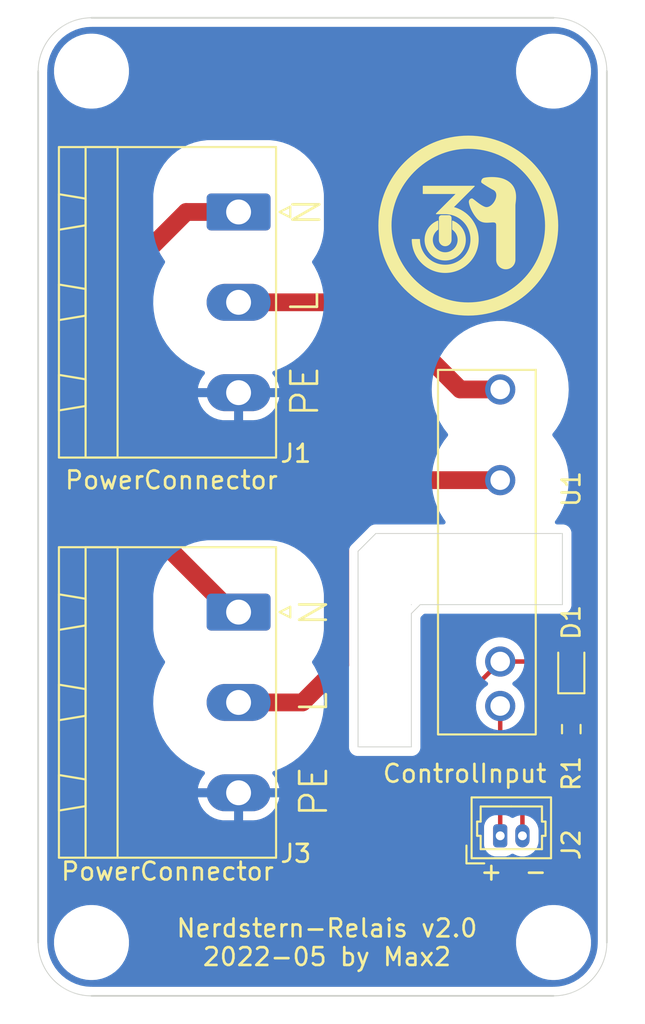
<source format=kicad_pcb>
(kicad_pcb (version 20211014) (generator pcbnew)
  (layers (0 "F.Cu" signal) (31 "B.Cu" signal) (34 "B.Paste" user) (35 "F.Paste" user) (36 "B.SilkS" user "B.Silkscreen") (37 "F.SilkS" user "F.Silkscreen") (38 "B.Mask" user) (39 "F.Mask" user) (44 "Edge.Cuts" user))
  (net 0 "")
  (net 1 "Net-(D1-Pad1)")
  (net 2 "/+12V")
  (net 3 "/N")
  (net 4 "/L2")
  (net 5 "Earth")
  (net 6 "/GND")
  (net 7 "/L1")
  (footprint "MountingHole:MountingHole_3.2mm_M3_ISO14580" (layer "F.Cu") (at 119 79)
    (fp_text reference "H2" hide)
    (fp_text value "MountingHole")
    (pad "" np_thru_hole circle (at 0 0) (size 3.2 3.2) (drill 3.2) (layers *.Cu *.Mask))
  )
  (footprint "Connector_Phoenix_MSTB:PhoenixContact_MSTBA_2,5_3-G-5,08_1x03_P5.08mm_Horizontal" (layer "F.Cu") (at 101.2775 60.42 -90)
    (fp_text reference "J3" (at 13.58 -3.2225 180) (layer "F.SilkS"))
    (fp_text value "PowerConnector" (at 14.58 4) (layer "F.SilkS"))
    (fp_text user "PE" (at 10.08 -4.2225 90 unlocked) (layer "F.SilkS") (effects (font (size 1.5 1.5))))
    (fp_text user "L" (at 5.08 -4.2225 90 unlocked) (layer "F.SilkS") (effects (font (size 1.5 1.5))))
    (fp_text user "N" (at 0 -4.2225 90 unlocked) (layer "F.SilkS") (effects (font (size 1.5 1.5))))
    (fp_line (start 13.81 8.61) (end -3.65 8.61) (layer "F.SilkS") (width 0.12))
    (fp_line (start 9.16 10.11) (end 11.16 10.11) (layer "F.SilkS") (width 0.12))
    (fp_line (start -0.75 8.61) (end -1 10.11) (layer "F.SilkS") (width 0.12))
    (fp_line (start 4.08 10.11) (end 6.08 10.11) (layer "F.SilkS") (width 0.12))
    (fp_line (start -3.65 8.61) (end -3.65 6.81) (layer "F.SilkS") (width 0.12))
    (fp_line (start -1 10.11) (end 1 10.11) (layer "F.SilkS") (width 0.12))
    (fp_line (start 10.91 8.61) (end 9.41 8.61) (layer "F.SilkS") (width 0.12))
    (fp_line (start 0.75 8.61) (end -0.75 8.61) (layer "F.SilkS") (width 0.12))
    (fp_line (start 0 -2.31) (end -0.3 -2.91) (layer "F.SilkS") (width 0.12))
    (fp_line (start 1 10.11) (end 0.75 8.61) (layer "F.SilkS") (width 0.12))
    (fp_line (start 13.81 -2.11) (end -3.65 -2.11) (layer "F.SilkS") (width 0.12))
    (fp_line (start 11.16 10.11) (end 10.91 8.61) (layer "F.SilkS") (width 0.12))
    (fp_line (start 6.08 10.11) (end 5.83 8.61) (layer "F.SilkS") (width 0.12))
    (fp_line (start -3.65 6.81) (end 13.81 6.81) (layer "F.SilkS") (width 0.12))
    (fp_line (start 5.83 8.61) (end 4.33 8.61) (layer "F.SilkS") (width 0.12))
    (fp_line (start 9.41 8.61) (end 9.16 10.11) (layer "F.SilkS") (width 0.12))
    (fp_line (start 13.81 10.11) (end 13.81 -2.11) (layer "F.SilkS") (width 0.12))
    (fp_line (start -3.65 10.11) (end 13.81 10.11) (layer "F.SilkS") (width 0.12))
    (fp_line (start 13.81 6.81) (end 13.81 8.61) (layer "F.SilkS") (width 0.12))
    (fp_line (start -3.65 -2.11) (end -3.65 10.11) (layer "F.SilkS") (width 0.12))
    (fp_line (start 4.33 8.61) (end 4.08 10.11) (layer "F.SilkS") (width 0.12))
    (fp_line (start -0.3 -2.91) (end 0.3 -2.91) (layer "F.SilkS") (width 0.12))
    (fp_line (start 0.3 -2.91) (end 0 -2.31) (layer "F.SilkS") (width 0.12))
    (pad "1" thru_hole roundrect (at 0 0 270) (size 2.08 3.6) (drill 1.4) (layers *.Cu *.Mask) (roundrect_rratio 0.120192) (net 3 "/N"))
    (pad "2" thru_hole oval (at 5.08 0 270) (size 2.08 3.6) (drill 1.4) (layers *.Cu *.Mask) (net 7 "/L1"))
    (pad "3" thru_hole oval (at 10.16 0 270) (size 2.08 3.6) (drill 1.4) (layers *.Cu *.Mask) (net 5 "Earth"))
  )
  (footprint "Connector_Molex:Molex_PicoBlade_53047-0210_1x02_P1.25mm_Vertical" (layer "F.Cu") (at 116 73)
    (fp_text reference "J2" (at 4 0.5 90) (layer "F.SilkS"))
    (fp_text value "ControlInput" (at -2 -3.5) (layer "F.SilkS"))
    (fp_text user "+" (at -0.5 2 unlocked) (layer "F.SilkS"))
    (fp_text user "-" (at 2 2 unlocked) (layer "F.SilkS"))
    (fp_line (start -1.1 0.75) (end -1.1 0) (layer "F.SilkS") (width 0.12))
    (fp_line (start -1.1 -1.65) (end 0.625 -1.65) (layer "F.SilkS") (width 0.12))
    (fp_line (start -1.61 -2.16) (end -1.61 1.26) (layer "F.SilkS") (width 0.12))
    (fp_line (start 2.86 1.26) (end 2.86 -2.16) (layer "F.SilkS") (width 0.12))
    (fp_line (start 2.35 -1.65) (end 0.625 -1.65) (layer "F.SilkS") (width 0.12))
    (fp_line (start 2.35 0.75) (end 2.35 0) (layer "F.SilkS") (width 0.12))
    (fp_line (start 2.86 -2.16) (end -1.61 -2.16) (layer "F.SilkS") (width 0.12))
    (fp_line (start 2.55 -0.8) (end 2.35 -0.8) (layer "F.SilkS") (width 0.12))
    (fp_line (start -1.3 0) (end -1.3 -0.8) (layer "F.SilkS") (width 0.12))
    (fp_line (start 0.625 0.75) (end 2.35 0.75) (layer "F.SilkS") (width 0.12))
    (fp_line (start -1.1 0) (end -1.3 0) (layer "F.SilkS") (width 0.12))
    (fp_line (start -1.9 1.55) (end -1.9 0.55) (layer "F.SilkS") (width 0.12))
    (fp_line (start 2.35 0) (end 2.55 0) (layer "F.SilkS") (width 0.12))
    (fp_line (start -1.1 -0.8) (end -1.1 -1.65) (layer "F.SilkS") (width 0.12))
    (fp_line (start -1.3 -0.8) (end -1.1 -0.8) (layer "F.SilkS") (width 0.12))
    (fp_line (start -1.61 1.26) (end 2.86 1.26) (layer "F.SilkS") (width 0.12))
    (fp_line (start 2.35 -0.8) (end 2.35 -1.65) (layer "F.SilkS") (width 0.12))
    (fp_line (start -1.9 1.55) (end -0.9 1.55) (layer "F.SilkS") (width 0.12))
    (fp_line (start 2.55 0) (end 2.55 -0.8) (layer "F.SilkS") (width 0.12))
    (fp_line (start 0.625 0.75) (end -1.1 0.75) (layer "F.SilkS") (width 0.12))
    (pad "1" thru_hole roundrect (at 0 0) (size 0.8 1.3) (drill 0.5) (layers *.Cu *.Mask) (net 2 "/+12V"))
    (pad "2" thru_hole oval (at 1.25 0) (size 0.8 1.3) (drill 0.5) (layers *.Cu *.Mask) (net 6 "/GND"))
  )
  (footprint "extraFootprints:T-Type SSR" (layer "F.Cu") (at 116 53 -90)
    (fp_text reference "U1" (at 0.5 -4 90 unlocked) (layer "F.SilkS"))
    (fp_text value "ASR-SC240D2ZP-F")
    (fp_rect (start -6.2 -2) (end 14.3 3.5) (layer "F.SilkS") (width 0.12) (fill none))
    (pad "1" thru_hole circle (at -5.1 0 270) (size 1.7 1.7) (drill 1.1) (layers *.Cu *.Mask) (net 4 "/L2"))
    (pad "2" thru_hole circle (at 0 0 270) (size 1.7 1.7) (drill 1.1) (layers *.Cu *.Mask) (net 7 "/L1"))
    (pad "3" thru_hole circle (at 10.2 0 270) (size 1.7 1.7) (drill 1.1) (layers *.Cu *.Mask) (net 2 "/+12V"))
    (pad "4" thru_hole circle (at 12.7 0 270) (size 1.7 1.7) (drill 1.1) (layers *.Cu *.Mask) (net 6 "/GND"))
  )
  (footprint "Connector_Phoenix_MSTB:PhoenixContact_MSTBA_2,5_3-G-5,08_1x03_P5.08mm_Horizontal" (layer "F.Cu") (at 101.2775 37.92 -90)
    (fp_text reference "J1" (at 13.58 -3.2225 180) (layer "F.SilkS"))
    (fp_text value "PowerConnector" (at 15.08 3.7775 180) (layer "F.SilkS"))
    (fp_text user "PE" (at 10.08 -3.7225 90 unlocked) (layer "F.SilkS") (effects (font (size 1.5 1.5))))
    (fp_text user "L" (at 5.08 -3.7225 90 unlocked) (layer "F.SilkS") (effects (font (size 1.5 1.5))))
    (fp_text user "N" (at 0 -3.7225 -90 unlocked) (layer "F.SilkS") (effects (font (size 1.5 1.5))))
    (fp_line (start 11.16 10.11) (end 10.91 8.61) (layer "F.SilkS") (width 0.12))
    (fp_line (start 9.41 8.61) (end 9.16 10.11) (layer "F.SilkS") (width 0.12))
    (fp_line (start 13.81 6.81) (end 13.81 8.61) (layer "F.SilkS") (width 0.12))
    (fp_line (start 5.83 8.61) (end 4.33 8.61) (layer "F.SilkS") (width 0.12))
    (fp_line (start 13.81 8.61) (end -3.65 8.61) (layer "F.SilkS") (width 0.12))
    (fp_line (start 0.75 8.61) (end -0.75 8.61) (layer "F.SilkS") (width 0.12))
    (fp_line (start -3.65 10.11) (end 13.81 10.11) (layer "F.SilkS") (width 0.12))
    (fp_line (start -3.65 6.81) (end 13.81 6.81) (layer "F.SilkS") (width 0.12))
    (fp_line (start 4.08 10.11) (end 6.08 10.11) (layer "F.SilkS") (width 0.12))
    (fp_line (start 4.33 8.61) (end 4.08 10.11) (layer "F.SilkS") (width 0.12))
    (fp_line (start 6.08 10.11) (end 5.83 8.61) (layer "F.SilkS") (width 0.12))
    (fp_line (start 1 10.11) (end 0.75 8.61) (layer "F.SilkS") (width 0.12))
    (fp_line (start 10.91 8.61) (end 9.41 8.61) (layer "F.SilkS") (width 0.12))
    (fp_line (start 13.81 10.11) (end 13.81 -2.11) (layer "F.SilkS") (width 0.12))
    (fp_line (start -3.65 8.61) (end -3.65 6.81) (layer "F.SilkS") (width 0.12))
    (fp_line (start 13.81 -2.11) (end -3.65 -2.11) (layer "F.SilkS") (width 0.12))
    (fp_line (start -3.65 -2.11) (end -3.65 10.11) (layer "F.SilkS") (width 0.12))
    (fp_line (start 9.16 10.11) (end 11.16 10.11) (layer "F.SilkS") (width 0.12))
    (fp_line (start -1 10.11) (end 1 10.11) (layer "F.SilkS") (width 0.12))
    (fp_line (start 0 -2.31) (end -0.3 -2.91) (layer "F.SilkS") (width 0.12))
    (fp_line (start 0.3 -2.91) (end 0 -2.31) (layer "F.SilkS") (width 0.12))
    (fp_line (start -0.3 -2.91) (end 0.3 -2.91) (layer "F.SilkS") (width 0.12))
    (fp_line (start -0.75 8.61) (end -1 10.11) (layer "F.SilkS") (width 0.12))
    (pad "1" thru_hole roundrect (at 0 0 270) (size 2.08 3.6) (drill 1.4) (layers *.Cu *.Mask) (roundrect_rratio 0.120192) (net 3 "/N"))
    (pad "2" thru_hole oval (at 5.08 0 270) (size 2.08 3.6) (drill 1.4) (layers *.Cu *.Mask) (net 4 "/L2"))
    (pad "3" thru_hole oval (at 10.16 0 270) (size 2.08 3.6) (drill 1.4) (layers *.Cu *.Mask) (net 5 "Earth"))
  )
  (footprint "MountingHole:MountingHole_3.2mm_M3_ISO14580" (layer "F.Cu") (at 93 79)
    (fp_text reference "H3" hide)
    (fp_text value "MountingHole")
    (pad "" np_thru_hole circle (at 0 0) (size 3.2 3.2) (drill 3.2) (layers *.Cu *.Mask))
  )
  (footprint "LED_SMD:LED_0603_1608Metric" (layer "F.Cu") (at 120 63.5 90)
    (fp_text reference "D1" (at 2.5 0 90) (layer "F.SilkS"))
    (fp_text value "150060BS75000")
    (fp_line (start -1.485 -0.735) (end -1.485 0.735) (layer "F.SilkS") (width 0.12))
    (fp_line (start -1.485 0.735) (end 0.8 0.735) (layer "F.SilkS") (width 0.12))
    (fp_line (start 0.8 -0.735) (end -1.485 -0.735) (layer "F.SilkS") (width 0.12))
    (pad "1" smd roundrect (at -0.7875 0 90) (size 0.875 0.95) (layers "F.Cu" "F.Paste" "F.Mask") (net 1 "Net-(D1-Pad1)"))
    (pad "2" smd roundrect (at 0.7875 0 90) (size 0.875 0.95) (layers "F.Cu" "F.Paste" "F.Mask") (net 2 "/+12V"))
  )
  (footprint "MountingHole:MountingHole_3.2mm_M3_ISO14580" (layer "F.Cu") (at 93 30)
    (fp_text reference "H4" hide)
    (fp_text value "MountingHole")
    (pad "" np_thru_hole circle (at 0 0) (size 3.2 3.2) (drill 3.2) (layers *.Cu *.Mask))
  )
  (footprint "MountingHole:MountingHole_3.2mm_M3_ISO14580" (layer "F.Cu") (at 119 30)
    (fp_text reference "H1" hide)
    (fp_text value "MountingHole")
    (pad "" np_thru_hole circle (at 0 0) (size 3.2 3.2) (drill 3.2) (layers *.Cu *.Mask))
  )
  (footprint "Resistor_SMD:R_0603_1608Metric" (layer "F.Cu") (at 120 67 -90)
    (fp_text reference "R1" (at 2.5 0 90) (layer "F.SilkS"))
    (fp_text value "470R")
    (fp_line (start -0.237258 -0.5225) (end 0.237258 -0.5225) (layer "F.SilkS") (width 0.12))
    (fp_line (start -0.237258 0.5225) (end 0.237258 0.5225) (layer "F.SilkS") (width 0.12))
    (pad "1" smd roundrect (at -0.825 0 270) (size 0.8 0.95) (layers "F.Cu" "F.Paste" "F.Mask") (net 1 "Net-(D1-Pad1)"))
    (pad "2" smd roundrect (at 0.825 0 270) (size 0.8 0.95) (layers "F.Cu" "F.Paste" "F.Mask") (net 6 "/GND"))
  )
  (gr_poly (pts (xy 114.463373 33.657931) (xy 114.719091 33.677377) (xy 114.971091 33.709401) (xy 115.219058 33.753686) (xy 115.462674 33.809915) (xy 115.701624 33.877772) (xy 115.935592 33.956941) (xy 116.16426 34.047106) (xy 116.387312 34.147949) (xy 116.604432 34.259154) (xy 116.815304 34.380406) (xy 117.01961 34.511387) (xy 117.217035 34.651781) (xy 117.407262 34.801271) (xy 117.589975 34.959542) (xy 117.764856 35.126277) (xy 117.931591 35.301158) (xy 118.089862 35.483871) (xy 118.239352 35.674098) (xy 118.379746 35.871523) (xy 118.510727 36.075829) (xy 118.631979 36.286701) (xy 118.743184 36.503821) (xy 118.844027 36.726873) (xy 118.934192 36.955541) (xy 119.013361 37.189509) (xy 119.081218 37.428459) (xy 119.137448 37.672076) (xy 119.181732 37.920042) (xy 119.213756 38.172043) (xy 119.233202 38.42776) (xy 119.239755 38.686878) (xy 119.233202 38.945996) (xy 119.213756 39.201713) (xy 119.181732 39.453714) (xy 119.137448 39.70168) (xy 119.081218 39.945297) (xy 119.013361 40.184247) (xy 118.934192 40.418215) (xy 118.844027 40.646883) (xy 118.743184 40.869935) (xy 118.631978 41.087055) (xy 118.510727 41.297926) (xy 118.379746 41.502233) (xy 118.239352 41.699657) (xy 118.089861 41.889884) (xy 117.931591 42.072597) (xy 117.764856 42.247478) (xy 117.589974 42.414213) (xy 117.407262 42.572483) (xy 117.217035 42.721974) (xy 117.01961 42.862368) (xy 116.815304 42.993349) (xy 116.604432 43.1146) (xy 116.387312 43.225805) (xy 116.16426 43.326649) (xy 115.935592 43.416813) (xy 115.701624 43.495982) (xy 115.462674 43.563839) (xy 115.219057 43.620069) (xy 114.971091 43.664353) (xy 114.719091 43.696377) (xy 114.463373 43.715823) (xy 114.204255 43.722376) (xy 113.945138 43.715823) (xy 113.68942 43.696377) (xy 113.43742 43.664353) (xy 113.189453 43.620069) (xy 112.945837 43.563839) (xy 112.706887 43.495982) (xy 112.472919 43.416813) (xy 112.244251 43.326648) (xy 112.021199 43.225805) (xy 111.804079 43.1146) (xy 111.593207 42.993348) (xy 111.388901 42.862367) (xy 111.191476 42.721974) (xy 111.001249 42.572483) (xy 110.818537 42.414212) (xy 110.643655 42.247478) (xy 110.476921 42.072596) (xy 110.31865 41.889884) (xy 110.169159 41.699657) (xy 110.028765 41.502232) (xy 109.897784 41.297926) (xy 109.776533 41.087054) (xy 109.665328 40.869934) (xy 109.564484 40.646882) (xy 109.47432 40.418214) (xy 109.395151 40.184246) (xy 109.327293 39.945296) (xy 109.271064 39.70168) (xy 109.226779 39.453713) (xy 109.194756 39.201713) (xy 109.175309 38.945996) (xy 109.168757 38.686878) (xy 109.858746 38.686878) (xy 109.865881 38.898367) (xy 109.883956 39.108494) (xy 109.912707 39.316909) (xy 109.951869 39.523257) (xy 110.00118 39.727187) (xy 110.060375 39.928346) (xy 110.129191 40.12638) (xy 110.207362 40.320939) (xy 110.294626 40.511669) (xy 110.390719 40.698217) (xy 110.495377 40.880232) (xy 110.608335 41.05736) (xy 110.72933 41.229249) (xy 110.858098 41.395546) (xy 110.994375 41.555899) (xy 111.137897 41.709956) (xy 111.288401 41.857363) (xy 111.445622 41.997769) (xy 111.609296 42.13082) (xy 111.77916 42.256164) (xy 111.95495 42.373449) (xy 112.136401 42.482322) (xy 112.32325 42.582431) (xy 112.515234 42.673422) (xy 112.712087 42.754944) (xy 112.913547 42.826643) (xy 113.119349 42.888168) (xy 113.329229 42.939166) (xy 113.542923 42.979284) (xy 113.760169 43.008169) (xy 113.980701 43.025469) (xy 114.204255 43.030832) (xy 114.427854 43.024502) (xy 114.64851 43.007138) (xy 114.865951 42.979008) (xy 115.079906 42.940381) (xy 115.2901 42.891525) (xy 115.496263 42.832708) (xy 115.69812 42.764199) (xy 115.895401 42.686267) (xy 116.087831 42.59918) (xy 116.275138 42.503206) (xy 116.457051 42.398614) (xy 116.633296 42.285673) (xy 116.8036 42.164651) (xy 116.967692 42.035816) (xy 117.125298 41.899436) (xy 117.276146 41.755781) (xy 117.419964 41.605119) (xy 117.556478 41.447718) (xy 117.685417 41.283847) (xy 117.806508 41.113774) (xy 117.919477 40.937767) (xy 118.024054 40.756096) (xy 118.119964 40.569028) (xy 118.206935 40.376832) (xy 118.284696 40.179777) (xy 118.352973 39.978131) (xy 118.411493 39.772162) (xy 118.459985 39.56214) (xy 118.498175 39.348331) (xy 118.525791 39.131006) (xy 118.542561 38.910432) (xy 118.548211 38.686878) (xy 118.54256 38.463297) (xy 118.525788 38.242647) (xy 118.498169 38.025201) (xy 118.459975 37.811232) (xy 118.411478 37.601014) (xy 118.352951 37.394819) (xy 118.284668 37.192922) (xy 118.206901 36.995594) (xy 118.119921 36.803111) (xy 118.024004 36.615744) (xy 117.91942 36.433767) (xy 117.806442 36.257454) (xy 117.685344 36.087078) (xy 117.556398 35.922912) (xy 117.419877 35.765229) (xy 117.276053 35.614302) (xy 117.1252 35.470405) (xy 116.967589 35.333812) (xy 116.803494 35.204795) (xy 116.633187 35.083627) (xy 116.456941 34.970583) (xy 116.275029 34.865934) (xy 116.087723 34.769955) (xy 115.895296 34.682919) (xy 115.698022 34.6051) (xy 115.496171 34.536769) (xy 115.290018 34.478201) (xy 115.079835 34.429669) (xy 114.865895 34.391446) (xy 114.64847 34.363806) (xy 114.427833 34.347021) (xy 114.204257 34.341366) (xy 113.980629 34.347412) (xy 113.759842 34.365318) (xy 113.542179 34.394735) (xy 113.327922 34.435314) (xy 113.117354 34.486706) (xy 112.910757 34.548563) (xy 112.708415 34.620535) (xy 112.510608 34.702274) (xy 112.317621 34.79343) (xy 112.129735 34.893655) (xy 111.947234 35.0026) (xy 111.770398 35.119916) (xy 111.599512 35.245255) (xy 111.434858 35.378266) (xy 111.276717 35.518602) (xy 111.125373 35.665914) (xy 110.981108 35.819852) (xy 110.844205 35.980067) (xy 110.714946 36.146212) (xy 110.593614 36.317937) (xy 110.480491 36.494892) (xy 110.375859 36.67673) (xy 110.280002 36.863102) (xy 110.193202 37.053657) (xy 110.115741 37.248049) (xy 110.047902 37.445927) (xy 109.989967 37.646942) (xy 109.942219 37.850747) (xy 109.90494 38.056992) (xy 109.878413 38.265328) (xy 109.862921 38.475406) (xy 109.858746 38.686878) (xy 109.168757 38.686878) (xy 109.175309 38.42776) (xy 109.194756 38.172042) (xy 109.226779 37.920042) (xy 109.271064 37.672075) (xy 109.327293 37.428459) (xy 109.395151 37.189508) (xy 109.47432 36.955541) (xy 109.564484 36.726873) (xy 109.665328 36.503821) (xy 109.776533 36.2867) (xy 109.897784 36.075829) (xy 110.028765 35.871523) (xy 110.169159 35.674098) (xy 110.31865 35.483871) (xy 110.476921 35.301158) (xy 110.643655 35.126276) (xy 110.818537 34.959542) (xy 111.001249 34.801271) (xy 111.191476 34.651781) (xy 111.388901 34.511387) (xy 111.593207 34.380406) (xy 111.804079 34.259154) (xy 112.021199 34.147949) (xy 112.244251 34.047106) (xy 112.472919 33.956941) (xy 112.706887 33.877772) (xy 112.945837 33.809915) (xy 113.189453 33.753686) (xy 113.43742 33.709401) (xy 113.68942 33.677377) (xy 113.945138 33.657931) (xy 114.204255 33.651378)) (layer "F.SilkS") (width 0.05) (fill solid))
  (gr_poly (pts (xy 114.540221 36.471531) (xy 113.351059 37.659086) (xy 113.426481 37.679358) (xy 113.500601 37.702688) (xy 113.573348 37.729002) (xy 113.64465 37.758228) (xy 113.782636 37.825128) (xy 113.913983 37.902809) (xy 114.038118 37.990693) (xy 114.154467 38.088201) (xy 114.262458 38.194754) (xy 114.361517 38.309775) (xy 114.451069 38.432684) (xy 114.530542 38.562903) (xy 114.599362 38.699853) (xy 114.629598 38.770672) (xy 114.656955 38.842956) (xy 114.681363 38.916634) (xy 114.702748 38.991634) (xy 114.721041 39.067882) (xy 114.736168 39.145307) (xy 114.748058 39.223836) (xy 114.75664 39.303397) (xy 114.761842 39.383918) (xy 114.763592 39.465326) (xy 114.761175 39.560947) (xy 114.754004 39.655311) (xy 114.742194 39.748299) (xy 114.725863 39.839796) (xy 114.705126 39.929686) (xy 114.680101 40.01785) (xy 114.650903 40.104174) (xy 114.61765 40.18854) (xy 114.580457 40.270831) (xy 114.539442 40.350932) (xy 114.494722 40.428726) (xy 114.446411 40.504096) (xy 114.394628 40.576926) (xy 114.339489 40.647098) (xy 114.28111 40.714497) (xy 114.219608 40.779006) (xy 114.155099 40.840508) (xy 114.0877 40.898888) (xy 114.017528 40.954027) (xy 113.944698 41.00581) (xy 113.869328 41.05412) (xy 113.791535 41.098841) (xy 113.711434 41.139856) (xy 113.629142 41.177049) (xy 113.544776 41.210302) (xy 113.458453 41.2395) (xy 113.370288 41.264525) (xy 113.280399 41.285262) (xy 113.188902 41.301594) (xy 113.095914 41.313403) (xy 113.00155 41.320575) (xy 112.905929 41.322991) (xy 112.810303 41.320575) (xy 112.715926 41.313403) (xy 112.622916 41.301594) (xy 112.53139 41.285262) (xy 112.441464 41.264525) (xy 112.353257 41.2395) (xy 112.266884 41.210302) (xy 112.182464 41.177049) (xy 112.100114 41.139856) (xy 112.01995 41.098841) (xy 111.94209 41.05412) (xy 111.866651 41.00581) (xy 111.79375 40.954027) (xy 111.723504 40.898888) (xy 111.65603 40.840508) (xy 111.591446 40.779006) (xy 111.529869 40.714497) (xy 111.471415 40.647098) (xy 111.416202 40.576926) (xy 111.364347 40.504096) (xy 111.315967 40.428726) (xy 111.27118 40.350932) (xy 111.230102 40.270831) (xy 111.192851 40.18854) (xy 111.159544 40.104174) (xy 111.130297 40.01785) (xy 111.105229 39.929686) (xy 111.084456 39.839796) (xy 111.068095 39.748299) (xy 111.056264 39.655311) (xy 111.049079 39.560947) (xy 111.046658 39.465326) (xy 111.459651 39.465326) (xy 111.461534 39.539698) (xy 111.467124 39.61309) (xy 111.476329 39.685412) (xy 111.489057 39.756573) (xy 111.505218 39.826483) (xy 111.52472 39.89505) (xy 111.547473 39.962186) (xy 111.573385 40.027798) (xy 111.602364 40.091796) (xy 111.634321 40.154089) (xy 111.669163 40.214588) (xy 111.706799 40.273202) (xy 111.747138 40.329839) (xy 111.79009 40.384409) (xy 111.835562 40.436822) (xy 111.883464 40.486988) (xy 111.933705 40.534815) (xy 111.986192 40.580212) (xy 112.040836 40.62309) (xy 112.097545 40.663358) (xy 112.156228 40.700925) (xy 112.216793 40.735701) (xy 112.27915 40.767594) (xy 112.343206 40.796515) (xy 112.408872 40.822373) (xy 112.476056 40.845077) (xy 112.544667 40.864536) (xy 112.614613 40.880661) (xy 112.685803 40.89336) (xy 112.758147 40.902543) (xy 112.831552 40.908119) (xy 112.905929 40.909998) (xy 112.980301 40.908119) (xy 113.053693 40.902543) (xy 113.126015 40.89336) (xy 113.197176 40.880661) (xy 113.267086 40.864536) (xy 113.335654 40.845077) (xy 113.402789 40.822373) (xy 113.468401 40.796515) (xy 113.532399 40.767594) (xy 113.594693 40.735701) (xy 113.655191 40.700925) (xy 113.713805 40.663358) (xy 113.770442 40.62309) (xy 113.825012 40.580212) (xy 113.877426 40.534815) (xy 113.927591 40.486988) (xy 113.975418 40.436822) (xy 114.020815 40.384409) (xy 114.063693 40.329839) (xy 114.103961 40.273202) (xy 114.141528 40.214588) (xy 114.176304 40.154089) (xy 114.208197 40.091796) (xy 114.237118 40.027798) (xy 114.262976 39.962186) (xy 114.28568 39.89505) (xy 114.305139 39.826483) (xy 114.321264 39.756573) (xy 114.333963 39.685412) (xy 114.343146 39.61309) (xy 114.348722 39.539698) (xy 114.350601 39.465326) (xy 114.348722 39.39095) (xy 114.343146 39.317544) (xy 114.333963 39.245201) (xy 114.321264 39.17401) (xy 114.305139 39.104064) (xy 114.28568 39.035454) (xy 114.262976 38.96827) (xy 114.237118 38.902604) (xy 114.208197 38.838547) (xy 114.176304 38.77619) (xy 114.141528 38.715625) (xy 114.103961 38.656943) (xy 114.063693 38.600234) (xy 114.020815 38.54559) (xy 113.975418 38.493102) (xy 113.927591 38.442862) (xy 113.877426 38.39496) (xy 113.825012 38.349487) (xy 113.770442 38.306536) (xy 113.713805 38.266196) (xy 113.655191 38.22856) (xy 113.594693 38.193718) (xy 113.532399 38.161761) (xy 113.468401 38.132782) (xy 113.402789 38.10687) (xy 113.335654 38.084117) (xy 113.267086 38.064615) (xy 113.197176 38.048454) (xy 113.126015 38.035726) (xy 113.053693 38.026521) (xy 112.980301 38.020931) (xy 112.905929 38.019048) (xy 112.406161 38.019048) (xy 113.542293 36.884524) (xy 111.666952 36.884524) (xy 111.666952 36.471531)) (layer "F.SilkS") (width 0.05) (fill solid))
  (gr_poly (pts (xy 113.111626 39.487191) (xy 113.111355 39.497818) (xy 113.110551 39.50831) (xy 113.109227 39.518655) (xy 113.107396 39.528837) (xy 113.105071 39.538845) (xy 113.102267 39.548665) (xy 113.098996 39.558284) (xy 113.095271 39.567688) (xy 113.091106 39.576864) (xy 113.086513 39.585799) (xy 113.081507 39.594479) (xy 113.076101 39.602892) (xy 113.070308 39.611024) (xy 113.06414 39.618862) (xy 113.057612 39.626392) (xy 113.050737 39.633602) (xy 113.043527 39.640477) (xy 113.035997 39.647005) (xy 113.028159 39.653173) (xy 113.020027 39.658966) (xy 113.011614 39.664372) (xy 113.002933 39.669378) (xy 112.993998 39.673971) (xy 112.984822 39.678136) (xy 112.975418 39.68186) (xy 112.965799 39.685132) (xy 112.955979 39.687936) (xy 112.945972 39.69026) (xy 112.935789 39.692091) (xy 112.925445 39.693416) (xy 112.914953 39.69422) (xy 112.904325 39.694491) (xy 112.893703 39.69422) (xy 112.883224 39.693416) (xy 112.872902 39.692091) (xy 112.862748 39.69026) (xy 112.852777 39.687936) (xy 112.843 39.685132) (xy 112.83343 39.68186) (xy 112.82408 39.678136) (xy 112.814963 39.673971) (xy 112.80609 39.669378) (xy 112.797476 39.664372) (xy 112.789133 39.658966) (xy 112.781072 39.653173) (xy 112.773308 39.647005) (xy 112.765852 39.640477) (xy 112.758718 39.633602) (xy 112.751918 39.626392) (xy 112.745465 39.618862) (xy 112.739371 39.611024) (xy 112.733649 39.602892) (xy 112.728312 39.594479) (xy 112.723373 39.585799) (xy 112.718843 39.576864) (xy 112.714737 39.567688) (xy 112.711066 39.558284) (xy 112.707844 39.548665) (xy 112.705082 39.538845) (xy 112.702794 39.528837) (xy 112.700993 39.518655) (xy 112.69969 39.50831) (xy 112.698899 39.497818) (xy 112.698633 39.487191) (xy 112.698633 38.24982) (xy 113.111626 38.24982)) (layer "F.SilkS") (width 0.3) (fill solid))
  (gr_poly (pts (xy 113.395163 38.463565) (xy 113.469864 38.50284) (xy 113.541163 38.547369) (xy 113.6088 38.596893) (xy 113.672516 38.651156) (xy 113.732052 38.7099) (xy 113.787149 38.772867) (xy 113.837547 38.839802) (xy 113.882986 38.910445) (xy 113.923208 38.984541) (xy 113.957954 39.06183) (xy 113.986964 39.142058) (xy 114.009978 39.224964) (xy 114.026738 39.310294) (xy 114.036984 39.397788) (xy 114.040457 39.487191) (xy 114.038978 39.545629) (xy 114.034588 39.603303) (xy 114.027359 39.660141) (xy 114.017362 39.716072) (xy 114.00467 39.771024) (xy 113.989353 39.824927) (xy 113.971482 39.877707) (xy 113.951131 39.929294) (xy 113.92837 39.979616) (xy 113.90327 40.028601) (xy 113.875904 40.076179) (xy 113.846342 40.122277) (xy 113.814657 40.166823) (xy 113.78092 40.209747) (xy 113.745202 40.250977) (xy 113.707576 40.290441) (xy 113.668112 40.328068) (xy 113.626882 40.363785) (xy 113.583958 40.397522) (xy 113.539411 40.429207) (xy 113.493314 40.458769) (xy 113.445736 40.486135) (xy 113.396751 40.511235) (xy 113.346429 40.533996) (xy 113.294842 40.554348) (xy 113.242061 40.572218) (xy 113.188159 40.587535) (xy 113.133207 40.600228) (xy 113.077276 40.610224) (xy 113.020437 40.617453) (xy 112.962763 40.621843) (xy 112.904325 40.623323) (xy 112.904323 40.623322) (xy 112.84589 40.621843) (xy 112.78823 40.617453) (xy 112.731413 40.610224) (xy 112.675511 40.600227) (xy 112.620596 40.587534) (xy 112.566736 40.572217) (xy 112.514005 40.554347) (xy 112.462472 40.533996) (xy 112.412209 40.511234) (xy 112.363286 40.486135) (xy 112.315775 40.458768) (xy 112.269747 40.429207) (xy 112.225272 40.397522) (xy 112.182421 40.363785) (xy 112.141266 40.328067) (xy 112.101877 40.29044) (xy 112.064326 40.250977) (xy 112.028683 40.209747) (xy 111.99502 40.166823) (xy 111.963406 40.122276) (xy 111.933914 40.076178) (xy 111.906614 40.028601) (xy 111.881577 39.979615) (xy 111.858875 39.929293) (xy 111.838577 39.877706) (xy 111.820756 39.824926) (xy 111.805481 39.771024) (xy 111.792825 39.716071) (xy 111.782858 39.66014) (xy 111.77565 39.603302) (xy 111.771274 39.545628) (xy 111.769799 39.48719) (xy 111.77067 39.442267) (xy 111.773259 39.397788) (xy 111.777536 39.353786) (xy 111.783467 39.310293) (xy 111.791022 39.267342) (xy 111.800168 39.224964) (xy 111.810872 39.183192) (xy 111.823103 39.142057) (xy 111.83683 39.101592) (xy 111.852018 39.06183) (xy 111.868638 39.022802) (xy 111.886656 38.98454) (xy 111.90604 38.947077) (xy 111.926759 38.910445) (xy 111.94878 38.874676) (xy 111.972072 38.839801) (xy 111.996601 38.805855) (xy 112.022337 38.772867) (xy 112.049247 38.740871) (xy 112.077299 38.709899) (xy 112.106461 38.679983) (xy 112.136701 38.651155) (xy 112.167987 38.623448) (xy 112.200287 38.596893) (xy 112.233568 38.571522) (xy 112.267799 38.547369) (xy 112.302948 38.524464) (xy 112.338982 38.50284) (xy 112.375869 38.48253) (xy 112.413578 38.463565) (xy 112.452077 38.445978) (xy 112.491332 38.4298) (xy 112.491332 38.895823) (xy 112.457134 38.921246) (xy 112.424531 38.948589) (xy 112.393607 38.977772) (xy 112.364446 39.008712) (xy 112.337134 39.041327) (xy 112.311753 39.075536) (xy 112.28839 39.111255) (xy 112.267127 39.148404) (xy 112.248051 39.186899) (xy 112.231243 39.22666) (xy 112.216791 39.267603) (xy 112.204776 39.309647) (xy 112.195285 39.35271) (xy 112.188401 39.396709) (xy 112.184209 39.441564) (xy 112.182793 39.48719) (xy 112.18373 39.524379) (xy 112.186511 39.561081) (xy 112.191092 39.597253) (xy 112.197426 39.632848) (xy 112.205471 39.667822) (xy 112.215179 39.702127) (xy 112.226507 39.735719) (xy 112.239408 39.768552) (xy 112.25384 39.80058) (xy 112.269755 39.831758) (xy 112.287109 39.862041) (xy 112.305858 39.891382) (xy 112.325956 39.919737) (xy 112.347359 39.947059) (xy 112.37002 39.973303) (xy 112.393896 39.998423) (xy 112.418941 40.022374) (xy 112.44511 40.04511) (xy 112.472359 40.066586) (xy 112.500642 40.086755) (xy 112.529914 40.105574) (xy 112.56013 40.122995) (xy 112.591245 40.138973) (xy 112.623215 40.153463) (xy 112.655994 40.166418) (xy 112.689537 40.177795) (xy 112.7238 40.187546) (xy 112.758736 40.195626) (xy 112.794302 40.201991) (xy 112.830452 40.206593) (xy 112.867142 40.209388) (xy 112.904325 40.210329) (xy 112.941514 40.209388) (xy 112.978216 40.206593) (xy 113.014388 40.201991) (xy 113.049983 40.195626) (xy 113.084956 40.187546) (xy 113.119262 40.177795) (xy 113.152854 40.166418) (xy 113.185687 40.153462) (xy 113.217715 40.138973) (xy 113.248893 40.122994) (xy 113.279176 40.105573) (xy 113.308517 40.086755) (xy 113.336872 40.066586) (xy 113.364194 40.04511) (xy 113.390438 40.022374) (xy 113.415558 39.998423) (xy 113.439509 39.973302) (xy 113.462245 39.947059) (xy 113.483721 39.919737) (xy 113.503891 39.891382) (xy 113.522709 39.862041) (xy 113.54013 39.831758) (xy 113.556108 39.80058) (xy 113.570598 39.768551) (xy 113.583554 39.735718) (xy 113.59493 39.702127) (xy 113.604681 39.667821) (xy 113.612762 39.632848) (xy 113.619126 39.597253) (xy 113.623728 39.561081) (xy 113.626523 39.524379) (xy 113.627465 39.48719) (xy 113.627107 39.46425) (xy 113.626041 39.441497) (xy 113.624278 39.418941) (xy 113.621827 39.396592) (xy 113.618701 39.37446) (xy 113.614908 39.352556) (xy 113.605368 39.309469) (xy 113.593292 39.267412) (xy 113.578765 39.226466) (xy 113.561871 39.186712) (xy 113.542695 39.148229) (xy 113.521323 39.111098) (xy 113.497838 39.075401) (xy 113.472326 39.041217) (xy 113.444871 39.008627) (xy 113.415558 38.977713) (xy 113.384472 38.948553) (xy 113.351697 38.92123) (xy 113.317319 38.895823) (xy 113.317319 38.4298)) (layer "F.SilkS") (width 0.05) (fill solid))
  (gr_poly (pts (xy 115.592988 35.980458) (xy 115.68281 35.984301) (xy 115.774313 35.991676) (xy 115.820331 35.996799) (xy 115.866333 36.002937) (xy 115.912173 36.010134) (xy 115.957706 36.018435) (xy 116.002785 36.027884) (xy 116.047267 36.038525) (xy 116.091004 36.050402) (xy 116.133852 36.06356) (xy 116.175664 36.078041) (xy 116.216296 36.093891) (xy 116.295471 36.129473) (xy 116.36819 36.167807) (xy 116.434712 36.208681) (xy 116.495296 36.251882) (xy 116.550199 36.297199) (xy 116.599681 36.344419) (xy 116.643999 36.393331) (xy 116.683413 36.443721) (xy 116.718181 36.495378) (xy 116.748562 36.548089) (xy 116.774813 36.601642) (xy 116.797194 36.655826) (xy 116.815963 36.710427) (xy 116.831379 36.765234) (xy 116.8437 36.820034) (xy 116.853185 36.874615) (xy 116.860092 36.928765) (xy 116.864679 36.982272) (xy 116.867931 37.086508) (xy 116.865008 37.185624) (xy 116.857978 37.277922) (xy 116.839873 37.435277) (xy 116.832934 37.496937) (xy 116.830161 37.54499) (xy 116.830161 40.601456) (xy 116.829463 40.628023) (xy 116.827444 40.654241) (xy 116.824137 40.680077) (xy 116.819574 40.705498) (xy 116.813787 40.730472) (xy 116.806809 40.754968) (xy 116.798673 40.778952) (xy 116.78941 40.802392) (xy 116.779053 40.825255) (xy 116.767635 40.84751) (xy 116.755188 40.869124) (xy 116.741745 40.890065) (xy 116.727337 40.910299) (xy 116.711998 40.929796) (xy 116.695759 40.948521) (xy 116.678653 40.966444) (xy 116.660713 40.983532) (xy 116.64197 40.999751) (xy 116.622458 41.015071) (xy 116.602209 41.029458) (xy 116.581255 41.04288) (xy 116.559629 41.055305) (xy 116.537362 41.0667) (xy 116.514488 41.077033) (xy 116.491039 41.086272) (xy 116.467046 41.094384) (xy 116.442544 41.101337) (xy 116.417564 41.107098) (xy 116.392138 41.111635) (xy 116.366299 41.114916) (xy 116.340079 41.116908) (xy 116.313511 41.117579) (xy 116.286944 41.116907) (xy 116.260724 41.114914) (xy 116.234885 41.111632) (xy 116.209459 41.107094) (xy 116.184479 41.101332) (xy 116.159977 41.094379) (xy 116.135985 41.086267) (xy 116.112536 41.077027) (xy 116.089662 41.066693) (xy 116.067396 41.055298) (xy 116.04577 41.042872) (xy 116.024816 41.02945) (xy 116.004567 41.015063) (xy 115.985056 40.999743) (xy 115.966314 40.983523) (xy 115.948374 40.966435) (xy 115.931269 40.948512) (xy 115.91503 40.929787) (xy 115.899691 40.91029) (xy 115.885284 40.890056) (xy 115.871841 40.869116) (xy 115.859395 40.847502) (xy 115.847977 40.825248) (xy 115.837621 40.802385) (xy 115.828359 40.778946) (xy 115.820224 40.754963) (xy 115.813247 40.730468) (xy 115.807461 40.705495) (xy 115.802898 40.680075) (xy 115.799592 40.65424) (xy 115.797574 40.628024) (xy 115.796876 40.601458) (xy 115.796876 38.661838) (xy 115.794997 38.625337) (xy 115.789466 38.593898) (xy 115.780446 38.567174) (xy 115.768098 38.544822) (xy 115.752584 38.526496) (xy 115.734066 38.51185) (xy 115.712706 38.50054) (xy 115.688666 38.492221) (xy 115.662107 38.486547) (xy 115.633191 38.483173) (xy 115.568935 38.481945) (xy 115.419262 38.491901) (xy 115.336432 38.497563) (xy 115.25 38.5) (xy 115.161259 38.496449) (xy 115.116428 38.491565) (xy 115.071505 38.484149) (xy 115.026652 38.473855) (xy 114.982031 38.460339) (xy 114.937804 38.443254) (xy 114.894133 38.422257) (xy 114.851178 38.397002) (xy 114.809103 38.367143) (xy 114.768069 38.332335) (xy 114.728237 38.292234) (xy 114.696203 38.256211) (xy 114.665388 38.219643) (xy 114.607377 38.145231) (xy 114.554128 38.069725) (xy 114.505564 37.993855) (xy 114.461611 37.918347) (xy 114.422191 37.843932) (xy 114.387228 37.771336) (xy 114.356647 37.701288) (xy 114.330372 37.634516) (xy 114.308326 37.571748) (xy 114.290434 37.513713) (xy 114.276618 37.461139) (xy 114.266804 37.414753) (xy 114.260915 37.375285) (xy 114.258876 37.343463) (xy 114.260609 37.320014) (xy 114.262568 37.310685) (xy 114.264842 37.301717) (xy 114.267417 37.293105) (xy 114.270281 37.284846) (xy 114.273418 37.276936) (xy 114.276818 37.269372) (xy 114.280465 37.262149) (xy 114.284347 37.255264) (xy 114.28845 37.248714) (xy 114.292762 37.242494) (xy 114.297268 37.236601) (xy 114.301955 37.231031) (xy 114.306811 37.225781) (xy 114.311821 37.220847) (xy 114.316973 37.216224) (xy 114.322253 37.21191) (xy 114.327647 37.207901) (xy 114.333143 37.204193) (xy 114.338727 37.200782) (xy 114.344386 37.197665) (xy 114.350106 37.194837) (xy 114.355874 37.192296) (xy 114.361678 37.190038) (xy 114.367502 37.188058) (xy 114.379162 37.18492) (xy 114.390748 37.182853) (xy 114.402154 37.181828) (xy 114.413271 37.181814) (xy 114.419575 37.183058) (xy 114.427507 37.186227) (xy 114.448013 37.197919) (xy 114.474309 37.21604) (xy 114.505912 37.239744) (xy 114.675749 37.373432) (xy 114.779971 37.451729) (xy 114.83522 37.490774) (xy 114.891918 37.528619) (xy 114.949583 37.564417) (xy 115.007732 37.59732) (xy 115.065884 37.626481) (xy 115.123555 37.651051) (xy 115.164278 37.663426) (xy 115.205494 37.669737) (xy 115.246988 37.670308) (xy 115.288545 37.665465) (xy 115.32995 37.655531) (xy 115.370989 37.640831) (xy 115.411446 37.621691) (xy 115.451107 37.598435) (xy 115.489758 37.571388) (xy 115.527182 37.540874) (xy 115.563166 37.507219) (xy 115.597495 37.470747) (xy 115.629954 37.431783) (xy 115.660327 37.390651) (xy 115.688401 37.347677) (xy 115.713961 37.303185) (xy 115.736791 37.2575) (xy 115.756676 37.210947) (xy 115.773403 37.16385) (xy 115.786756 37.116535) (xy 115.796521 37.069326) (xy 115.802482 37.022547) (xy 115.804425 36.976524) (xy 115.802134 36.931581) (xy 115.795396 36.888044) (xy 115.783996 36.846236) (xy 115.767718 36.806483) (xy 115.746347 36.76911) (xy 115.71967 36.73444) (xy 115.687471 36.7028) (xy 115.649535 36.674513) (xy 115.605648 36.649905) (xy 115.568131 36.631025) (xy 115.525927 36.608465) (xy 115.431193 36.554804) (xy 115.328921 36.493921) (xy 115.226584 36.430816) (xy 115.131657 36.370491) (xy 115.051613 36.317946) (xy 114.993927 36.27818) (xy 114.975803 36.264653) (xy 114.966072 36.256196) (xy 114.963605 36.25305) (xy 114.961429 36.249352) (xy 114.959549 36.245131) (xy 114.957967 36.240422) (xy 114.956688 36.235256) (xy 114.955715 36.229666) (xy 114.954701 36.21734) (xy 114.954954 36.203703) (xy 114.956504 36.189012) (xy 114.959378 36.173524) (xy 114.963607 36.157499) (xy 114.969218 36.141194) (xy 114.97624 36.124865) (xy 114.984704 36.108772) (xy 114.989484 36.100895) (xy 114.994636 36.093173) (xy 115.000162 36.085638) (xy 115.006066 36.078324) (xy 115.012352 36.071262) (xy 115.019024 36.064484) (xy 115.026084 36.058022) (xy 115.033537 36.05191) (xy 115.041386 36.046179) (xy 115.049635 36.040861) (xy 115.059692 36.035716) (xy 115.072869 36.030516) (xy 115.089026 36.02531) (xy 115.10802 36.020148) (xy 115.153961 36.010156) (xy 115.209562 36.000938) (xy 115.273696 35.992894) (xy 115.345236 35.986423) (xy 115.423052 35.981924) (xy 115.506017 35.979796) (xy 115.506016 35.979796) (xy 115.506015 35.979796) (xy 115.506014 35.979796) (xy 115.506013 35.979795)) (layer "F.SilkS") (width 0.05) (fill solid))
  (gr_line (start 93 27) (end 119 27) (layer "Edge.Cuts") (width 0.1))
  (gr_line (start 108 57) (end 108 68) (layer "Edge.Cuts") (width 0.05))
  (gr_line (start 111 60) (end 111 60) (layer "Edge.Cuts") (width 0.05))
  (gr_line (start 90 79) (end 90 30) (layer "Edge.Cuts") (width 0.1))
  (gr_line (start 111 68) (end 111 60.5) (layer "Edge.Cuts") (width 0.05))
  (gr_line (start 111 60.5) (end 111.5 60) (layer "Edge.Cuts") (width 0.05))
  (gr_arc (start 90 30) (mid 90.87868 27.87868) (end 93 27) (layer "Edge.Cuts") (width 0.05))
  (gr_line (start 119.5 56) (end 109 56) (layer "Edge.Cuts") (width 0.05))
  (gr_arc (start 93 82) (mid 90.87868 81.12132) (end 90 79) (layer "Edge.Cuts") (width 0.05))
  (gr_arc (start 119 27) (mid 121.12132 27.87868) (end 122 30) (layer "Edge.Cuts") (width 0.05))
  (gr_line (start 122 30) (end 122 79) (layer "Edge.Cuts") (width 0.1))
  (gr_line (start 119.5 60) (end 119.5 56) (layer "Edge.Cuts") (width 0.05))
  (gr_line (start 109 56) (end 108 57) (layer "Edge.Cuts") (width 0.05))
  (gr_line (start 111.5 60) (end 119.5 60) (layer "Edge.Cuts") (width 0.05))
  (gr_line (start 119 82) (end 93 82) (layer "Edge.Cuts") (width 0.1))
  (gr_arc (start 122 79) (mid 121.12132 81.12132) (end 119 82) (layer "Edge.Cuts") (width 0.05))
  (gr_line (start 108 68) (end 111 68) (layer "Edge.Cuts") (width 0.05))
  (gr_text "Nerdstern-Relais v2.0\n2022-05 by Max2" (at 106.25 79) (layer "F.SilkS") (effects (font (size 1 1))))
  (segment (start 120 64.2875) (end 120 66.175) (width 0.25) (layer "F.Cu") (net 1))
  (segment (start 119.5125 63.2) (end 120 62.7125) (width 0.25) (layer "F.Cu") (net 2))
  (segment (start 114 65.2) (end 116 63.2) (width 0.25) (layer "F.Cu") (net 2))
  (segment (start 116 73) (end 116 71) (width 0.25) (layer "F.Cu") (net 2))
  (segment (start 116 63.2) (end 119.5125 63.2) (width 0.25) (layer "F.Cu") (net 2))
  (segment (start 116 71) (end 114 69) (width 0.25) (layer "F.Cu") (net 2))
  (segment (start 114 69) (end 114 65.2) (width 0.25) (layer "F.Cu") (net 2))
  (segment (start 100.92 60.42) (end 101.2775 60.42) (width 1) (layer "F.Cu") (net 3))
  (segment (start 95 41.25) (end 95 54.5) (width 1) (layer "F.Cu") (net 3))
  (segment (start 95 54.5) (end 100.92 60.42) (width 1) (layer "F.Cu") (net 3))
  (segment (start 98.33 37.92) (end 95 41.25) (width 1) (layer "F.Cu") (net 3))
  (segment (start 101.2775 37.92) (end 98.33 37.92) (width 1) (layer "F.Cu") (net 3))
  (segment (start 113.75 47.9) (end 116 47.9) (width 1) (layer "F.Cu") (net 4))
  (segment (start 101.2775 43) (end 108.85 43) (width 1) (layer "F.Cu") (net 4))
  (segment (start 108.85 43) (end 113.75 47.9) (width 1) (layer "F.Cu") (net 4))
  (segment (start 120 67.825) (end 117.25 70.575) (width 0.25) (layer "F.Cu") (net 6))
  (segment (start 116 67.95) (end 117.25 69.2) (width 0.25) (layer "F.Cu") (net 6))
  (segment (start 117.25 70.575) (end 117.25 73) (width 0.25) (layer "F.Cu") (net 6))
  (segment (start 116 65.7) (end 116 67.95) (width 0.25) (layer "F.Cu") (net 6))
  (segment (start 117.25 69.2) (end 117.25 70.575) (width 0.25) (layer "F.Cu") (net 6))
  (segment (start 104.875 65.5) (end 107 63.375) (width 1) (layer "F.Cu") (net 7))
  (segment (start 107 55.875) (end 109.875 53) (width 1) (layer "F.Cu") (net 7))
  (segment (start 101.2775 65.5) (end 104.875 65.5) (width 1) (layer "F.Cu") (net 7))
  (segment (start 109.875 53) (end 116 53) (width 1) (layer "F.Cu") (net 7))
  (segment (start 107 63.375) (end 107 55.875) (width 1) (layer "F.Cu") (net 7))
  (zone (net 5) (net_name "Earth") (layer "B.Cu") (connect_pads (clearance 0.508)) (min_thickness 0.254) (fill yes (thermal_gap 0.508) (thermal_bridge_width 0.508))
    (polygon (pts (xy 123 83) (xy 89 83) (xy 89 26) (xy 123 26)))
  )
)
</source>
